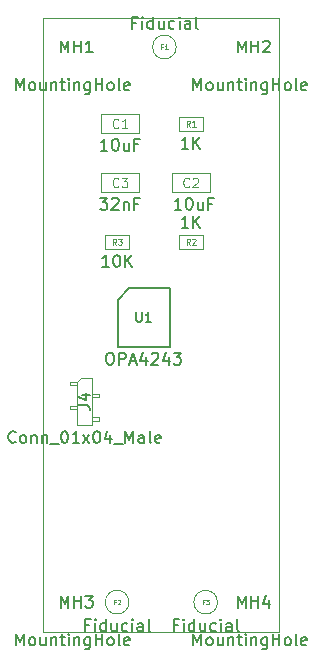
<source format=gbr>
G04 #@! TF.GenerationSoftware,KiCad,Pcbnew,(5.0.0)*
G04 #@! TF.CreationDate,2018-11-30T23:52:53-03:00*
G04 #@! TF.ProjectId,TP_Final,54505F46696E616C2E6B696361645F70,1*
G04 #@! TF.SameCoordinates,Original*
G04 #@! TF.FileFunction,Other,Fab,Top*
%FSLAX46Y46*%
G04 Gerber Fmt 4.6, Leading zero omitted, Abs format (unit mm)*
G04 Created by KiCad (PCBNEW (5.0.0)) date 11/30/18 23:52:53*
%MOMM*%
%LPD*%
G01*
G04 APERTURE LIST*
%ADD10C,0.100000*%
%ADD11C,0.150000*%
%ADD12C,0.120000*%
%ADD13C,0.060000*%
%ADD14C,0.080000*%
G04 APERTURE END LIST*
D10*
X167000000Y-44000000D02*
X147000000Y-44000000D01*
X167000000Y-96000000D02*
X167000000Y-44000000D01*
X147000000Y-96000000D02*
X167000000Y-96000000D01*
X147000000Y-44000000D02*
X147000000Y-96000000D01*
D11*
G04 #@! TO.C,U1*
X153287801Y-67882901D02*
X154287801Y-66882901D01*
X153287801Y-71882901D02*
X153287801Y-67882901D01*
X157687801Y-71882901D02*
X153287801Y-71882901D01*
X157687801Y-66882901D02*
X157687801Y-71882901D01*
X154287801Y-66882901D02*
X157687801Y-66882901D01*
D10*
G04 #@! TO.C,C1*
X155100000Y-53800000D02*
X151900000Y-53800000D01*
X155100000Y-52200000D02*
X155100000Y-53800000D01*
X151900000Y-52200000D02*
X155100000Y-52200000D01*
X151900000Y-53800000D02*
X151900000Y-52200000D01*
G04 #@! TO.C,C2*
X161100000Y-57200000D02*
X161100000Y-58800000D01*
X161100000Y-58800000D02*
X157900000Y-58800000D01*
X157900000Y-58800000D02*
X157900000Y-57200000D01*
X157900000Y-57200000D02*
X161100000Y-57200000D01*
G04 #@! TO.C,C3*
X151900000Y-58800000D02*
X151900000Y-57200000D01*
X151900000Y-57200000D02*
X155100000Y-57200000D01*
X155100000Y-57200000D02*
X155100000Y-58800000D01*
X155100000Y-58800000D02*
X151900000Y-58800000D01*
G04 #@! TO.C,J4*
X151135000Y-78500000D02*
X149865000Y-78500000D01*
X150215000Y-74500000D02*
X151135000Y-74500000D01*
X149865000Y-78500000D02*
X149865000Y-74850000D01*
X149865000Y-74850000D02*
X150215000Y-74500000D01*
X151135000Y-74500000D02*
X151135000Y-78500000D01*
X149865000Y-74850000D02*
X149250000Y-74850000D01*
X149250000Y-74850000D02*
X149250000Y-75150000D01*
X149250000Y-75150000D02*
X149865000Y-75150000D01*
X149865000Y-76850000D02*
X149250000Y-76850000D01*
X149250000Y-76850000D02*
X149250000Y-77150000D01*
X149250000Y-77150000D02*
X149865000Y-77150000D01*
X151135000Y-75850000D02*
X151750000Y-75850000D01*
X151750000Y-75850000D02*
X151750000Y-76150000D01*
X151750000Y-76150000D02*
X151135000Y-76150000D01*
X151135000Y-77850000D02*
X151750000Y-77850000D01*
X151750000Y-77850000D02*
X151750000Y-78150000D01*
X151750000Y-78150000D02*
X151135000Y-78150000D01*
G04 #@! TO.C,F1*
X158250000Y-46500000D02*
G75*
G03X158250000Y-46500000I-1000000J0D01*
G01*
G04 #@! TO.C,F2*
X154250000Y-93500000D02*
G75*
G03X154250000Y-93500000I-1000000J0D01*
G01*
G04 #@! TO.C,F3*
X161750000Y-93500000D02*
G75*
G03X161750000Y-93500000I-1000000J0D01*
G01*
G04 #@! TO.C,R1*
X160500000Y-53600000D02*
X158500000Y-53600000D01*
X160500000Y-52400000D02*
X160500000Y-53600000D01*
X158500000Y-52400000D02*
X160500000Y-52400000D01*
X158500000Y-53600000D02*
X158500000Y-52400000D01*
G04 #@! TO.C,R2*
X160500000Y-62400000D02*
X160500000Y-63600000D01*
X160500000Y-63600000D02*
X158500000Y-63600000D01*
X158500000Y-63600000D02*
X158500000Y-62400000D01*
X158500000Y-62400000D02*
X160500000Y-62400000D01*
G04 #@! TO.C,R3*
X152250000Y-63600000D02*
X152250000Y-62400000D01*
X152250000Y-62400000D02*
X154250000Y-62400000D01*
X154250000Y-62400000D02*
X154250000Y-63600000D01*
X154250000Y-63600000D02*
X152250000Y-63600000D01*
G04 #@! TD*
G04 #@! TO.C,U1*
D11*
X152559229Y-72385281D02*
X152749705Y-72385281D01*
X152844943Y-72432901D01*
X152940181Y-72528139D01*
X152987801Y-72718615D01*
X152987801Y-73051948D01*
X152940181Y-73242424D01*
X152844943Y-73337662D01*
X152749705Y-73385281D01*
X152559229Y-73385281D01*
X152463991Y-73337662D01*
X152368753Y-73242424D01*
X152321134Y-73051948D01*
X152321134Y-72718615D01*
X152368753Y-72528139D01*
X152463991Y-72432901D01*
X152559229Y-72385281D01*
X153416372Y-73385281D02*
X153416372Y-72385281D01*
X153797324Y-72385281D01*
X153892562Y-72432901D01*
X153940181Y-72480520D01*
X153987801Y-72575758D01*
X153987801Y-72718615D01*
X153940181Y-72813853D01*
X153892562Y-72861472D01*
X153797324Y-72909091D01*
X153416372Y-72909091D01*
X154368753Y-73099567D02*
X154844943Y-73099567D01*
X154273515Y-73385281D02*
X154606848Y-72385281D01*
X154940181Y-73385281D01*
X155702086Y-72718615D02*
X155702086Y-73385281D01*
X155463991Y-72337662D02*
X155225896Y-73051948D01*
X155844943Y-73051948D01*
X156178277Y-72480520D02*
X156225896Y-72432901D01*
X156321134Y-72385281D01*
X156559229Y-72385281D01*
X156654467Y-72432901D01*
X156702086Y-72480520D01*
X156749705Y-72575758D01*
X156749705Y-72670996D01*
X156702086Y-72813853D01*
X156130658Y-73385281D01*
X156749705Y-73385281D01*
X157606848Y-72718615D02*
X157606848Y-73385281D01*
X157368753Y-72337662D02*
X157130658Y-73051948D01*
X157749705Y-73051948D01*
X158035420Y-72385281D02*
X158654467Y-72385281D01*
X158321134Y-72766234D01*
X158463991Y-72766234D01*
X158559229Y-72813853D01*
X158606848Y-72861472D01*
X158654467Y-72956710D01*
X158654467Y-73194805D01*
X158606848Y-73290043D01*
X158559229Y-73337662D01*
X158463991Y-73385281D01*
X158178277Y-73385281D01*
X158083039Y-73337662D01*
X158035420Y-73290043D01*
X154878277Y-68944805D02*
X154878277Y-69592424D01*
X154916372Y-69668615D01*
X154954467Y-69706710D01*
X155030658Y-69744805D01*
X155183039Y-69744805D01*
X155259229Y-69706710D01*
X155297324Y-69668615D01*
X155335420Y-69592424D01*
X155335420Y-68944805D01*
X156135420Y-69744805D02*
X155678277Y-69744805D01*
X155906848Y-69744805D02*
X155906848Y-68944805D01*
X155830658Y-69059091D01*
X155754467Y-69135281D01*
X155678277Y-69173377D01*
G04 #@! TO.C,C1*
X152428571Y-55272380D02*
X151857142Y-55272380D01*
X152142857Y-55272380D02*
X152142857Y-54272380D01*
X152047619Y-54415238D01*
X151952380Y-54510476D01*
X151857142Y-54558095D01*
X153047619Y-54272380D02*
X153142857Y-54272380D01*
X153238095Y-54320000D01*
X153285714Y-54367619D01*
X153333333Y-54462857D01*
X153380952Y-54653333D01*
X153380952Y-54891428D01*
X153333333Y-55081904D01*
X153285714Y-55177142D01*
X153238095Y-55224761D01*
X153142857Y-55272380D01*
X153047619Y-55272380D01*
X152952380Y-55224761D01*
X152904761Y-55177142D01*
X152857142Y-55081904D01*
X152809523Y-54891428D01*
X152809523Y-54653333D01*
X152857142Y-54462857D01*
X152904761Y-54367619D01*
X152952380Y-54320000D01*
X153047619Y-54272380D01*
X154238095Y-54605714D02*
X154238095Y-55272380D01*
X153809523Y-54605714D02*
X153809523Y-55129523D01*
X153857142Y-55224761D01*
X153952380Y-55272380D01*
X154095238Y-55272380D01*
X154190476Y-55224761D01*
X154238095Y-55177142D01*
X155047619Y-54748571D02*
X154714285Y-54748571D01*
X154714285Y-55272380D02*
X154714285Y-54272380D01*
X155190476Y-54272380D01*
D12*
X153366666Y-53285714D02*
X153328571Y-53323809D01*
X153214285Y-53361904D01*
X153138095Y-53361904D01*
X153023809Y-53323809D01*
X152947619Y-53247619D01*
X152909523Y-53171428D01*
X152871428Y-53019047D01*
X152871428Y-52904761D01*
X152909523Y-52752380D01*
X152947619Y-52676190D01*
X153023809Y-52600000D01*
X153138095Y-52561904D01*
X153214285Y-52561904D01*
X153328571Y-52600000D01*
X153366666Y-52638095D01*
X154128571Y-53361904D02*
X153671428Y-53361904D01*
X153900000Y-53361904D02*
X153900000Y-52561904D01*
X153823809Y-52676190D01*
X153747619Y-52752380D01*
X153671428Y-52790476D01*
G04 #@! TO.C,C2*
D11*
X158682071Y-60269380D02*
X158110642Y-60269380D01*
X158396357Y-60269380D02*
X158396357Y-59269380D01*
X158301119Y-59412238D01*
X158205880Y-59507476D01*
X158110642Y-59555095D01*
X159301119Y-59269380D02*
X159396357Y-59269380D01*
X159491595Y-59317000D01*
X159539214Y-59364619D01*
X159586833Y-59459857D01*
X159634452Y-59650333D01*
X159634452Y-59888428D01*
X159586833Y-60078904D01*
X159539214Y-60174142D01*
X159491595Y-60221761D01*
X159396357Y-60269380D01*
X159301119Y-60269380D01*
X159205880Y-60221761D01*
X159158261Y-60174142D01*
X159110642Y-60078904D01*
X159063023Y-59888428D01*
X159063023Y-59650333D01*
X159110642Y-59459857D01*
X159158261Y-59364619D01*
X159205880Y-59317000D01*
X159301119Y-59269380D01*
X160491595Y-59602714D02*
X160491595Y-60269380D01*
X160063023Y-59602714D02*
X160063023Y-60126523D01*
X160110642Y-60221761D01*
X160205880Y-60269380D01*
X160348738Y-60269380D01*
X160443976Y-60221761D01*
X160491595Y-60174142D01*
X161301119Y-59745571D02*
X160967785Y-59745571D01*
X160967785Y-60269380D02*
X160967785Y-59269380D01*
X161443976Y-59269380D01*
D12*
X159366666Y-58285714D02*
X159328571Y-58323809D01*
X159214285Y-58361904D01*
X159138095Y-58361904D01*
X159023809Y-58323809D01*
X158947619Y-58247619D01*
X158909523Y-58171428D01*
X158871428Y-58019047D01*
X158871428Y-57904761D01*
X158909523Y-57752380D01*
X158947619Y-57676190D01*
X159023809Y-57600000D01*
X159138095Y-57561904D01*
X159214285Y-57561904D01*
X159328571Y-57600000D01*
X159366666Y-57638095D01*
X159671428Y-57638095D02*
X159709523Y-57600000D01*
X159785714Y-57561904D01*
X159976190Y-57561904D01*
X160052380Y-57600000D01*
X160090476Y-57638095D01*
X160128571Y-57714285D01*
X160128571Y-57790476D01*
X160090476Y-57904761D01*
X159633333Y-58361904D01*
X160128571Y-58361904D01*
G04 #@! TO.C,C3*
D11*
X151809523Y-59272380D02*
X152428571Y-59272380D01*
X152095238Y-59653333D01*
X152238095Y-59653333D01*
X152333333Y-59700952D01*
X152380952Y-59748571D01*
X152428571Y-59843809D01*
X152428571Y-60081904D01*
X152380952Y-60177142D01*
X152333333Y-60224761D01*
X152238095Y-60272380D01*
X151952380Y-60272380D01*
X151857142Y-60224761D01*
X151809523Y-60177142D01*
X152809523Y-59367619D02*
X152857142Y-59320000D01*
X152952380Y-59272380D01*
X153190476Y-59272380D01*
X153285714Y-59320000D01*
X153333333Y-59367619D01*
X153380952Y-59462857D01*
X153380952Y-59558095D01*
X153333333Y-59700952D01*
X152761904Y-60272380D01*
X153380952Y-60272380D01*
X153809523Y-59605714D02*
X153809523Y-60272380D01*
X153809523Y-59700952D02*
X153857142Y-59653333D01*
X153952380Y-59605714D01*
X154095238Y-59605714D01*
X154190476Y-59653333D01*
X154238095Y-59748571D01*
X154238095Y-60272380D01*
X155047619Y-59748571D02*
X154714285Y-59748571D01*
X154714285Y-60272380D02*
X154714285Y-59272380D01*
X155190476Y-59272380D01*
D12*
X153366666Y-58285714D02*
X153328571Y-58323809D01*
X153214285Y-58361904D01*
X153138095Y-58361904D01*
X153023809Y-58323809D01*
X152947619Y-58247619D01*
X152909523Y-58171428D01*
X152871428Y-58019047D01*
X152871428Y-57904761D01*
X152909523Y-57752380D01*
X152947619Y-57676190D01*
X153023809Y-57600000D01*
X153138095Y-57561904D01*
X153214285Y-57561904D01*
X153328571Y-57600000D01*
X153366666Y-57638095D01*
X153633333Y-57561904D02*
X154128571Y-57561904D01*
X153861904Y-57866666D01*
X153976190Y-57866666D01*
X154052380Y-57904761D01*
X154090476Y-57942857D01*
X154128571Y-58019047D01*
X154128571Y-58209523D01*
X154090476Y-58285714D01*
X154052380Y-58323809D01*
X153976190Y-58361904D01*
X153747619Y-58361904D01*
X153671428Y-58323809D01*
X153633333Y-58285714D01*
G04 #@! TO.C,J4*
D11*
X144666666Y-79917142D02*
X144619047Y-79964761D01*
X144476190Y-80012380D01*
X144380952Y-80012380D01*
X144238095Y-79964761D01*
X144142857Y-79869523D01*
X144095238Y-79774285D01*
X144047619Y-79583809D01*
X144047619Y-79440952D01*
X144095238Y-79250476D01*
X144142857Y-79155238D01*
X144238095Y-79060000D01*
X144380952Y-79012380D01*
X144476190Y-79012380D01*
X144619047Y-79060000D01*
X144666666Y-79107619D01*
X145238095Y-80012380D02*
X145142857Y-79964761D01*
X145095238Y-79917142D01*
X145047619Y-79821904D01*
X145047619Y-79536190D01*
X145095238Y-79440952D01*
X145142857Y-79393333D01*
X145238095Y-79345714D01*
X145380952Y-79345714D01*
X145476190Y-79393333D01*
X145523809Y-79440952D01*
X145571428Y-79536190D01*
X145571428Y-79821904D01*
X145523809Y-79917142D01*
X145476190Y-79964761D01*
X145380952Y-80012380D01*
X145238095Y-80012380D01*
X146000000Y-79345714D02*
X146000000Y-80012380D01*
X146000000Y-79440952D02*
X146047619Y-79393333D01*
X146142857Y-79345714D01*
X146285714Y-79345714D01*
X146380952Y-79393333D01*
X146428571Y-79488571D01*
X146428571Y-80012380D01*
X146904761Y-79345714D02*
X146904761Y-80012380D01*
X146904761Y-79440952D02*
X146952380Y-79393333D01*
X147047619Y-79345714D01*
X147190476Y-79345714D01*
X147285714Y-79393333D01*
X147333333Y-79488571D01*
X147333333Y-80012380D01*
X147571428Y-80107619D02*
X148333333Y-80107619D01*
X148761904Y-79012380D02*
X148857142Y-79012380D01*
X148952380Y-79060000D01*
X149000000Y-79107619D01*
X149047619Y-79202857D01*
X149095238Y-79393333D01*
X149095238Y-79631428D01*
X149047619Y-79821904D01*
X149000000Y-79917142D01*
X148952380Y-79964761D01*
X148857142Y-80012380D01*
X148761904Y-80012380D01*
X148666666Y-79964761D01*
X148619047Y-79917142D01*
X148571428Y-79821904D01*
X148523809Y-79631428D01*
X148523809Y-79393333D01*
X148571428Y-79202857D01*
X148619047Y-79107619D01*
X148666666Y-79060000D01*
X148761904Y-79012380D01*
X150047619Y-80012380D02*
X149476190Y-80012380D01*
X149761904Y-80012380D02*
X149761904Y-79012380D01*
X149666666Y-79155238D01*
X149571428Y-79250476D01*
X149476190Y-79298095D01*
X150380952Y-80012380D02*
X150904761Y-79345714D01*
X150380952Y-79345714D02*
X150904761Y-80012380D01*
X151476190Y-79012380D02*
X151571428Y-79012380D01*
X151666666Y-79060000D01*
X151714285Y-79107619D01*
X151761904Y-79202857D01*
X151809523Y-79393333D01*
X151809523Y-79631428D01*
X151761904Y-79821904D01*
X151714285Y-79917142D01*
X151666666Y-79964761D01*
X151571428Y-80012380D01*
X151476190Y-80012380D01*
X151380952Y-79964761D01*
X151333333Y-79917142D01*
X151285714Y-79821904D01*
X151238095Y-79631428D01*
X151238095Y-79393333D01*
X151285714Y-79202857D01*
X151333333Y-79107619D01*
X151380952Y-79060000D01*
X151476190Y-79012380D01*
X152666666Y-79345714D02*
X152666666Y-80012380D01*
X152428571Y-78964761D02*
X152190476Y-79679047D01*
X152809523Y-79679047D01*
X152952380Y-80107619D02*
X153714285Y-80107619D01*
X153952380Y-80012380D02*
X153952380Y-79012380D01*
X154285714Y-79726666D01*
X154619047Y-79012380D01*
X154619047Y-80012380D01*
X155523809Y-80012380D02*
X155523809Y-79488571D01*
X155476190Y-79393333D01*
X155380952Y-79345714D01*
X155190476Y-79345714D01*
X155095238Y-79393333D01*
X155523809Y-79964761D02*
X155428571Y-80012380D01*
X155190476Y-80012380D01*
X155095238Y-79964761D01*
X155047619Y-79869523D01*
X155047619Y-79774285D01*
X155095238Y-79679047D01*
X155190476Y-79631428D01*
X155428571Y-79631428D01*
X155523809Y-79583809D01*
X156142857Y-80012380D02*
X156047619Y-79964761D01*
X156000000Y-79869523D01*
X156000000Y-79012380D01*
X156904761Y-79964761D02*
X156809523Y-80012380D01*
X156619047Y-80012380D01*
X156523809Y-79964761D01*
X156476190Y-79869523D01*
X156476190Y-79488571D01*
X156523809Y-79393333D01*
X156619047Y-79345714D01*
X156809523Y-79345714D01*
X156904761Y-79393333D01*
X156952380Y-79488571D01*
X156952380Y-79583809D01*
X156476190Y-79679047D01*
X149952380Y-76833333D02*
X150666666Y-76833333D01*
X150809523Y-76880952D01*
X150904761Y-76976190D01*
X150952380Y-77119047D01*
X150952380Y-77214285D01*
X150285714Y-75928571D02*
X150952380Y-75928571D01*
X149904761Y-76166666D02*
X150619047Y-76404761D01*
X150619047Y-75785714D01*
G04 #@! TO.C,MH1*
X144714285Y-50152380D02*
X144714285Y-49152380D01*
X145047619Y-49866666D01*
X145380952Y-49152380D01*
X145380952Y-50152380D01*
X146000000Y-50152380D02*
X145904761Y-50104761D01*
X145857142Y-50057142D01*
X145809523Y-49961904D01*
X145809523Y-49676190D01*
X145857142Y-49580952D01*
X145904761Y-49533333D01*
X146000000Y-49485714D01*
X146142857Y-49485714D01*
X146238095Y-49533333D01*
X146285714Y-49580952D01*
X146333333Y-49676190D01*
X146333333Y-49961904D01*
X146285714Y-50057142D01*
X146238095Y-50104761D01*
X146142857Y-50152380D01*
X146000000Y-50152380D01*
X147190476Y-49485714D02*
X147190476Y-50152380D01*
X146761904Y-49485714D02*
X146761904Y-50009523D01*
X146809523Y-50104761D01*
X146904761Y-50152380D01*
X147047619Y-50152380D01*
X147142857Y-50104761D01*
X147190476Y-50057142D01*
X147666666Y-49485714D02*
X147666666Y-50152380D01*
X147666666Y-49580952D02*
X147714285Y-49533333D01*
X147809523Y-49485714D01*
X147952380Y-49485714D01*
X148047619Y-49533333D01*
X148095238Y-49628571D01*
X148095238Y-50152380D01*
X148428571Y-49485714D02*
X148809523Y-49485714D01*
X148571428Y-49152380D02*
X148571428Y-50009523D01*
X148619047Y-50104761D01*
X148714285Y-50152380D01*
X148809523Y-50152380D01*
X149142857Y-50152380D02*
X149142857Y-49485714D01*
X149142857Y-49152380D02*
X149095238Y-49200000D01*
X149142857Y-49247619D01*
X149190476Y-49200000D01*
X149142857Y-49152380D01*
X149142857Y-49247619D01*
X149619047Y-49485714D02*
X149619047Y-50152380D01*
X149619047Y-49580952D02*
X149666666Y-49533333D01*
X149761904Y-49485714D01*
X149904761Y-49485714D01*
X150000000Y-49533333D01*
X150047619Y-49628571D01*
X150047619Y-50152380D01*
X150952380Y-49485714D02*
X150952380Y-50295238D01*
X150904761Y-50390476D01*
X150857142Y-50438095D01*
X150761904Y-50485714D01*
X150619047Y-50485714D01*
X150523809Y-50438095D01*
X150952380Y-50104761D02*
X150857142Y-50152380D01*
X150666666Y-50152380D01*
X150571428Y-50104761D01*
X150523809Y-50057142D01*
X150476190Y-49961904D01*
X150476190Y-49676190D01*
X150523809Y-49580952D01*
X150571428Y-49533333D01*
X150666666Y-49485714D01*
X150857142Y-49485714D01*
X150952380Y-49533333D01*
X151428571Y-50152380D02*
X151428571Y-49152380D01*
X151428571Y-49628571D02*
X152000000Y-49628571D01*
X152000000Y-50152380D02*
X152000000Y-49152380D01*
X152619047Y-50152380D02*
X152523809Y-50104761D01*
X152476190Y-50057142D01*
X152428571Y-49961904D01*
X152428571Y-49676190D01*
X152476190Y-49580952D01*
X152523809Y-49533333D01*
X152619047Y-49485714D01*
X152761904Y-49485714D01*
X152857142Y-49533333D01*
X152904761Y-49580952D01*
X152952380Y-49676190D01*
X152952380Y-49961904D01*
X152904761Y-50057142D01*
X152857142Y-50104761D01*
X152761904Y-50152380D01*
X152619047Y-50152380D01*
X153523809Y-50152380D02*
X153428571Y-50104761D01*
X153380952Y-50009523D01*
X153380952Y-49152380D01*
X154285714Y-50104761D02*
X154190476Y-50152380D01*
X154000000Y-50152380D01*
X153904761Y-50104761D01*
X153857142Y-50009523D01*
X153857142Y-49628571D01*
X153904761Y-49533333D01*
X154000000Y-49485714D01*
X154190476Y-49485714D01*
X154285714Y-49533333D01*
X154333333Y-49628571D01*
X154333333Y-49723809D01*
X153857142Y-49819047D01*
X148466666Y-46952380D02*
X148466666Y-45952380D01*
X148800000Y-46666666D01*
X149133333Y-45952380D01*
X149133333Y-46952380D01*
X149609523Y-46952380D02*
X149609523Y-45952380D01*
X149609523Y-46428571D02*
X150180952Y-46428571D01*
X150180952Y-46952380D02*
X150180952Y-45952380D01*
X151180952Y-46952380D02*
X150609523Y-46952380D01*
X150895238Y-46952380D02*
X150895238Y-45952380D01*
X150800000Y-46095238D01*
X150704761Y-46190476D01*
X150609523Y-46238095D01*
G04 #@! TO.C,MH2*
X159714285Y-50152380D02*
X159714285Y-49152380D01*
X160047619Y-49866666D01*
X160380952Y-49152380D01*
X160380952Y-50152380D01*
X161000000Y-50152380D02*
X160904761Y-50104761D01*
X160857142Y-50057142D01*
X160809523Y-49961904D01*
X160809523Y-49676190D01*
X160857142Y-49580952D01*
X160904761Y-49533333D01*
X161000000Y-49485714D01*
X161142857Y-49485714D01*
X161238095Y-49533333D01*
X161285714Y-49580952D01*
X161333333Y-49676190D01*
X161333333Y-49961904D01*
X161285714Y-50057142D01*
X161238095Y-50104761D01*
X161142857Y-50152380D01*
X161000000Y-50152380D01*
X162190476Y-49485714D02*
X162190476Y-50152380D01*
X161761904Y-49485714D02*
X161761904Y-50009523D01*
X161809523Y-50104761D01*
X161904761Y-50152380D01*
X162047619Y-50152380D01*
X162142857Y-50104761D01*
X162190476Y-50057142D01*
X162666666Y-49485714D02*
X162666666Y-50152380D01*
X162666666Y-49580952D02*
X162714285Y-49533333D01*
X162809523Y-49485714D01*
X162952380Y-49485714D01*
X163047619Y-49533333D01*
X163095238Y-49628571D01*
X163095238Y-50152380D01*
X163428571Y-49485714D02*
X163809523Y-49485714D01*
X163571428Y-49152380D02*
X163571428Y-50009523D01*
X163619047Y-50104761D01*
X163714285Y-50152380D01*
X163809523Y-50152380D01*
X164142857Y-50152380D02*
X164142857Y-49485714D01*
X164142857Y-49152380D02*
X164095238Y-49200000D01*
X164142857Y-49247619D01*
X164190476Y-49200000D01*
X164142857Y-49152380D01*
X164142857Y-49247619D01*
X164619047Y-49485714D02*
X164619047Y-50152380D01*
X164619047Y-49580952D02*
X164666666Y-49533333D01*
X164761904Y-49485714D01*
X164904761Y-49485714D01*
X165000000Y-49533333D01*
X165047619Y-49628571D01*
X165047619Y-50152380D01*
X165952380Y-49485714D02*
X165952380Y-50295238D01*
X165904761Y-50390476D01*
X165857142Y-50438095D01*
X165761904Y-50485714D01*
X165619047Y-50485714D01*
X165523809Y-50438095D01*
X165952380Y-50104761D02*
X165857142Y-50152380D01*
X165666666Y-50152380D01*
X165571428Y-50104761D01*
X165523809Y-50057142D01*
X165476190Y-49961904D01*
X165476190Y-49676190D01*
X165523809Y-49580952D01*
X165571428Y-49533333D01*
X165666666Y-49485714D01*
X165857142Y-49485714D01*
X165952380Y-49533333D01*
X166428571Y-50152380D02*
X166428571Y-49152380D01*
X166428571Y-49628571D02*
X167000000Y-49628571D01*
X167000000Y-50152380D02*
X167000000Y-49152380D01*
X167619047Y-50152380D02*
X167523809Y-50104761D01*
X167476190Y-50057142D01*
X167428571Y-49961904D01*
X167428571Y-49676190D01*
X167476190Y-49580952D01*
X167523809Y-49533333D01*
X167619047Y-49485714D01*
X167761904Y-49485714D01*
X167857142Y-49533333D01*
X167904761Y-49580952D01*
X167952380Y-49676190D01*
X167952380Y-49961904D01*
X167904761Y-50057142D01*
X167857142Y-50104761D01*
X167761904Y-50152380D01*
X167619047Y-50152380D01*
X168523809Y-50152380D02*
X168428571Y-50104761D01*
X168380952Y-50009523D01*
X168380952Y-49152380D01*
X169285714Y-50104761D02*
X169190476Y-50152380D01*
X169000000Y-50152380D01*
X168904761Y-50104761D01*
X168857142Y-50009523D01*
X168857142Y-49628571D01*
X168904761Y-49533333D01*
X169000000Y-49485714D01*
X169190476Y-49485714D01*
X169285714Y-49533333D01*
X169333333Y-49628571D01*
X169333333Y-49723809D01*
X168857142Y-49819047D01*
X163466666Y-46952380D02*
X163466666Y-45952380D01*
X163800000Y-46666666D01*
X164133333Y-45952380D01*
X164133333Y-46952380D01*
X164609523Y-46952380D02*
X164609523Y-45952380D01*
X164609523Y-46428571D02*
X165180952Y-46428571D01*
X165180952Y-46952380D02*
X165180952Y-45952380D01*
X165609523Y-46047619D02*
X165657142Y-46000000D01*
X165752380Y-45952380D01*
X165990476Y-45952380D01*
X166085714Y-46000000D01*
X166133333Y-46047619D01*
X166180952Y-46142857D01*
X166180952Y-46238095D01*
X166133333Y-46380952D01*
X165561904Y-46952380D01*
X166180952Y-46952380D01*
G04 #@! TO.C,MH3*
X144714285Y-97152380D02*
X144714285Y-96152380D01*
X145047619Y-96866666D01*
X145380952Y-96152380D01*
X145380952Y-97152380D01*
X146000000Y-97152380D02*
X145904761Y-97104761D01*
X145857142Y-97057142D01*
X145809523Y-96961904D01*
X145809523Y-96676190D01*
X145857142Y-96580952D01*
X145904761Y-96533333D01*
X146000000Y-96485714D01*
X146142857Y-96485714D01*
X146238095Y-96533333D01*
X146285714Y-96580952D01*
X146333333Y-96676190D01*
X146333333Y-96961904D01*
X146285714Y-97057142D01*
X146238095Y-97104761D01*
X146142857Y-97152380D01*
X146000000Y-97152380D01*
X147190476Y-96485714D02*
X147190476Y-97152380D01*
X146761904Y-96485714D02*
X146761904Y-97009523D01*
X146809523Y-97104761D01*
X146904761Y-97152380D01*
X147047619Y-97152380D01*
X147142857Y-97104761D01*
X147190476Y-97057142D01*
X147666666Y-96485714D02*
X147666666Y-97152380D01*
X147666666Y-96580952D02*
X147714285Y-96533333D01*
X147809523Y-96485714D01*
X147952380Y-96485714D01*
X148047619Y-96533333D01*
X148095238Y-96628571D01*
X148095238Y-97152380D01*
X148428571Y-96485714D02*
X148809523Y-96485714D01*
X148571428Y-96152380D02*
X148571428Y-97009523D01*
X148619047Y-97104761D01*
X148714285Y-97152380D01*
X148809523Y-97152380D01*
X149142857Y-97152380D02*
X149142857Y-96485714D01*
X149142857Y-96152380D02*
X149095238Y-96200000D01*
X149142857Y-96247619D01*
X149190476Y-96200000D01*
X149142857Y-96152380D01*
X149142857Y-96247619D01*
X149619047Y-96485714D02*
X149619047Y-97152380D01*
X149619047Y-96580952D02*
X149666666Y-96533333D01*
X149761904Y-96485714D01*
X149904761Y-96485714D01*
X150000000Y-96533333D01*
X150047619Y-96628571D01*
X150047619Y-97152380D01*
X150952380Y-96485714D02*
X150952380Y-97295238D01*
X150904761Y-97390476D01*
X150857142Y-97438095D01*
X150761904Y-97485714D01*
X150619047Y-97485714D01*
X150523809Y-97438095D01*
X150952380Y-97104761D02*
X150857142Y-97152380D01*
X150666666Y-97152380D01*
X150571428Y-97104761D01*
X150523809Y-97057142D01*
X150476190Y-96961904D01*
X150476190Y-96676190D01*
X150523809Y-96580952D01*
X150571428Y-96533333D01*
X150666666Y-96485714D01*
X150857142Y-96485714D01*
X150952380Y-96533333D01*
X151428571Y-97152380D02*
X151428571Y-96152380D01*
X151428571Y-96628571D02*
X152000000Y-96628571D01*
X152000000Y-97152380D02*
X152000000Y-96152380D01*
X152619047Y-97152380D02*
X152523809Y-97104761D01*
X152476190Y-97057142D01*
X152428571Y-96961904D01*
X152428571Y-96676190D01*
X152476190Y-96580952D01*
X152523809Y-96533333D01*
X152619047Y-96485714D01*
X152761904Y-96485714D01*
X152857142Y-96533333D01*
X152904761Y-96580952D01*
X152952380Y-96676190D01*
X152952380Y-96961904D01*
X152904761Y-97057142D01*
X152857142Y-97104761D01*
X152761904Y-97152380D01*
X152619047Y-97152380D01*
X153523809Y-97152380D02*
X153428571Y-97104761D01*
X153380952Y-97009523D01*
X153380952Y-96152380D01*
X154285714Y-97104761D02*
X154190476Y-97152380D01*
X154000000Y-97152380D01*
X153904761Y-97104761D01*
X153857142Y-97009523D01*
X153857142Y-96628571D01*
X153904761Y-96533333D01*
X154000000Y-96485714D01*
X154190476Y-96485714D01*
X154285714Y-96533333D01*
X154333333Y-96628571D01*
X154333333Y-96723809D01*
X153857142Y-96819047D01*
X148466666Y-93952380D02*
X148466666Y-92952380D01*
X148800000Y-93666666D01*
X149133333Y-92952380D01*
X149133333Y-93952380D01*
X149609523Y-93952380D02*
X149609523Y-92952380D01*
X149609523Y-93428571D02*
X150180952Y-93428571D01*
X150180952Y-93952380D02*
X150180952Y-92952380D01*
X150561904Y-92952380D02*
X151180952Y-92952380D01*
X150847619Y-93333333D01*
X150990476Y-93333333D01*
X151085714Y-93380952D01*
X151133333Y-93428571D01*
X151180952Y-93523809D01*
X151180952Y-93761904D01*
X151133333Y-93857142D01*
X151085714Y-93904761D01*
X150990476Y-93952380D01*
X150704761Y-93952380D01*
X150609523Y-93904761D01*
X150561904Y-93857142D01*
G04 #@! TO.C,MH4*
X159714285Y-97152380D02*
X159714285Y-96152380D01*
X160047619Y-96866666D01*
X160380952Y-96152380D01*
X160380952Y-97152380D01*
X161000000Y-97152380D02*
X160904761Y-97104761D01*
X160857142Y-97057142D01*
X160809523Y-96961904D01*
X160809523Y-96676190D01*
X160857142Y-96580952D01*
X160904761Y-96533333D01*
X161000000Y-96485714D01*
X161142857Y-96485714D01*
X161238095Y-96533333D01*
X161285714Y-96580952D01*
X161333333Y-96676190D01*
X161333333Y-96961904D01*
X161285714Y-97057142D01*
X161238095Y-97104761D01*
X161142857Y-97152380D01*
X161000000Y-97152380D01*
X162190476Y-96485714D02*
X162190476Y-97152380D01*
X161761904Y-96485714D02*
X161761904Y-97009523D01*
X161809523Y-97104761D01*
X161904761Y-97152380D01*
X162047619Y-97152380D01*
X162142857Y-97104761D01*
X162190476Y-97057142D01*
X162666666Y-96485714D02*
X162666666Y-97152380D01*
X162666666Y-96580952D02*
X162714285Y-96533333D01*
X162809523Y-96485714D01*
X162952380Y-96485714D01*
X163047619Y-96533333D01*
X163095238Y-96628571D01*
X163095238Y-97152380D01*
X163428571Y-96485714D02*
X163809523Y-96485714D01*
X163571428Y-96152380D02*
X163571428Y-97009523D01*
X163619047Y-97104761D01*
X163714285Y-97152380D01*
X163809523Y-97152380D01*
X164142857Y-97152380D02*
X164142857Y-96485714D01*
X164142857Y-96152380D02*
X164095238Y-96200000D01*
X164142857Y-96247619D01*
X164190476Y-96200000D01*
X164142857Y-96152380D01*
X164142857Y-96247619D01*
X164619047Y-96485714D02*
X164619047Y-97152380D01*
X164619047Y-96580952D02*
X164666666Y-96533333D01*
X164761904Y-96485714D01*
X164904761Y-96485714D01*
X165000000Y-96533333D01*
X165047619Y-96628571D01*
X165047619Y-97152380D01*
X165952380Y-96485714D02*
X165952380Y-97295238D01*
X165904761Y-97390476D01*
X165857142Y-97438095D01*
X165761904Y-97485714D01*
X165619047Y-97485714D01*
X165523809Y-97438095D01*
X165952380Y-97104761D02*
X165857142Y-97152380D01*
X165666666Y-97152380D01*
X165571428Y-97104761D01*
X165523809Y-97057142D01*
X165476190Y-96961904D01*
X165476190Y-96676190D01*
X165523809Y-96580952D01*
X165571428Y-96533333D01*
X165666666Y-96485714D01*
X165857142Y-96485714D01*
X165952380Y-96533333D01*
X166428571Y-97152380D02*
X166428571Y-96152380D01*
X166428571Y-96628571D02*
X167000000Y-96628571D01*
X167000000Y-97152380D02*
X167000000Y-96152380D01*
X167619047Y-97152380D02*
X167523809Y-97104761D01*
X167476190Y-97057142D01*
X167428571Y-96961904D01*
X167428571Y-96676190D01*
X167476190Y-96580952D01*
X167523809Y-96533333D01*
X167619047Y-96485714D01*
X167761904Y-96485714D01*
X167857142Y-96533333D01*
X167904761Y-96580952D01*
X167952380Y-96676190D01*
X167952380Y-96961904D01*
X167904761Y-97057142D01*
X167857142Y-97104761D01*
X167761904Y-97152380D01*
X167619047Y-97152380D01*
X168523809Y-97152380D02*
X168428571Y-97104761D01*
X168380952Y-97009523D01*
X168380952Y-96152380D01*
X169285714Y-97104761D02*
X169190476Y-97152380D01*
X169000000Y-97152380D01*
X168904761Y-97104761D01*
X168857142Y-97009523D01*
X168857142Y-96628571D01*
X168904761Y-96533333D01*
X169000000Y-96485714D01*
X169190476Y-96485714D01*
X169285714Y-96533333D01*
X169333333Y-96628571D01*
X169333333Y-96723809D01*
X168857142Y-96819047D01*
X163466666Y-93952380D02*
X163466666Y-92952380D01*
X163800000Y-93666666D01*
X164133333Y-92952380D01*
X164133333Y-93952380D01*
X164609523Y-93952380D02*
X164609523Y-92952380D01*
X164609523Y-93428571D02*
X165180952Y-93428571D01*
X165180952Y-93952380D02*
X165180952Y-92952380D01*
X166085714Y-93285714D02*
X166085714Y-93952380D01*
X165847619Y-92904761D02*
X165609523Y-93619047D01*
X166228571Y-93619047D01*
G04 #@! TO.C,F1*
X154869047Y-44428571D02*
X154535714Y-44428571D01*
X154535714Y-44952380D02*
X154535714Y-43952380D01*
X155011904Y-43952380D01*
X155392857Y-44952380D02*
X155392857Y-44285714D01*
X155392857Y-43952380D02*
X155345238Y-44000000D01*
X155392857Y-44047619D01*
X155440476Y-44000000D01*
X155392857Y-43952380D01*
X155392857Y-44047619D01*
X156297619Y-44952380D02*
X156297619Y-43952380D01*
X156297619Y-44904761D02*
X156202380Y-44952380D01*
X156011904Y-44952380D01*
X155916666Y-44904761D01*
X155869047Y-44857142D01*
X155821428Y-44761904D01*
X155821428Y-44476190D01*
X155869047Y-44380952D01*
X155916666Y-44333333D01*
X156011904Y-44285714D01*
X156202380Y-44285714D01*
X156297619Y-44333333D01*
X157202380Y-44285714D02*
X157202380Y-44952380D01*
X156773809Y-44285714D02*
X156773809Y-44809523D01*
X156821428Y-44904761D01*
X156916666Y-44952380D01*
X157059523Y-44952380D01*
X157154761Y-44904761D01*
X157202380Y-44857142D01*
X158107142Y-44904761D02*
X158011904Y-44952380D01*
X157821428Y-44952380D01*
X157726190Y-44904761D01*
X157678571Y-44857142D01*
X157630952Y-44761904D01*
X157630952Y-44476190D01*
X157678571Y-44380952D01*
X157726190Y-44333333D01*
X157821428Y-44285714D01*
X158011904Y-44285714D01*
X158107142Y-44333333D01*
X158535714Y-44952380D02*
X158535714Y-44285714D01*
X158535714Y-43952380D02*
X158488095Y-44000000D01*
X158535714Y-44047619D01*
X158583333Y-44000000D01*
X158535714Y-43952380D01*
X158535714Y-44047619D01*
X159440476Y-44952380D02*
X159440476Y-44428571D01*
X159392857Y-44333333D01*
X159297619Y-44285714D01*
X159107142Y-44285714D01*
X159011904Y-44333333D01*
X159440476Y-44904761D02*
X159345238Y-44952380D01*
X159107142Y-44952380D01*
X159011904Y-44904761D01*
X158964285Y-44809523D01*
X158964285Y-44714285D01*
X159011904Y-44619047D01*
X159107142Y-44571428D01*
X159345238Y-44571428D01*
X159440476Y-44523809D01*
X160059523Y-44952380D02*
X159964285Y-44904761D01*
X159916666Y-44809523D01*
X159916666Y-43952380D01*
D13*
X157116666Y-46471428D02*
X156983333Y-46471428D01*
X156983333Y-46680952D02*
X156983333Y-46280952D01*
X157173809Y-46280952D01*
X157535714Y-46680952D02*
X157307142Y-46680952D01*
X157421428Y-46680952D02*
X157421428Y-46280952D01*
X157383333Y-46338095D01*
X157345238Y-46376190D01*
X157307142Y-46395238D01*
G04 #@! TO.C,F2*
D11*
X150869047Y-95428571D02*
X150535714Y-95428571D01*
X150535714Y-95952380D02*
X150535714Y-94952380D01*
X151011904Y-94952380D01*
X151392857Y-95952380D02*
X151392857Y-95285714D01*
X151392857Y-94952380D02*
X151345238Y-95000000D01*
X151392857Y-95047619D01*
X151440476Y-95000000D01*
X151392857Y-94952380D01*
X151392857Y-95047619D01*
X152297619Y-95952380D02*
X152297619Y-94952380D01*
X152297619Y-95904761D02*
X152202380Y-95952380D01*
X152011904Y-95952380D01*
X151916666Y-95904761D01*
X151869047Y-95857142D01*
X151821428Y-95761904D01*
X151821428Y-95476190D01*
X151869047Y-95380952D01*
X151916666Y-95333333D01*
X152011904Y-95285714D01*
X152202380Y-95285714D01*
X152297619Y-95333333D01*
X153202380Y-95285714D02*
X153202380Y-95952380D01*
X152773809Y-95285714D02*
X152773809Y-95809523D01*
X152821428Y-95904761D01*
X152916666Y-95952380D01*
X153059523Y-95952380D01*
X153154761Y-95904761D01*
X153202380Y-95857142D01*
X154107142Y-95904761D02*
X154011904Y-95952380D01*
X153821428Y-95952380D01*
X153726190Y-95904761D01*
X153678571Y-95857142D01*
X153630952Y-95761904D01*
X153630952Y-95476190D01*
X153678571Y-95380952D01*
X153726190Y-95333333D01*
X153821428Y-95285714D01*
X154011904Y-95285714D01*
X154107142Y-95333333D01*
X154535714Y-95952380D02*
X154535714Y-95285714D01*
X154535714Y-94952380D02*
X154488095Y-95000000D01*
X154535714Y-95047619D01*
X154583333Y-95000000D01*
X154535714Y-94952380D01*
X154535714Y-95047619D01*
X155440476Y-95952380D02*
X155440476Y-95428571D01*
X155392857Y-95333333D01*
X155297619Y-95285714D01*
X155107142Y-95285714D01*
X155011904Y-95333333D01*
X155440476Y-95904761D02*
X155345238Y-95952380D01*
X155107142Y-95952380D01*
X155011904Y-95904761D01*
X154964285Y-95809523D01*
X154964285Y-95714285D01*
X155011904Y-95619047D01*
X155107142Y-95571428D01*
X155345238Y-95571428D01*
X155440476Y-95523809D01*
X156059523Y-95952380D02*
X155964285Y-95904761D01*
X155916666Y-95809523D01*
X155916666Y-94952380D01*
D13*
X153116666Y-93471428D02*
X152983333Y-93471428D01*
X152983333Y-93680952D02*
X152983333Y-93280952D01*
X153173809Y-93280952D01*
X153307142Y-93319047D02*
X153326190Y-93300000D01*
X153364285Y-93280952D01*
X153459523Y-93280952D01*
X153497619Y-93300000D01*
X153516666Y-93319047D01*
X153535714Y-93357142D01*
X153535714Y-93395238D01*
X153516666Y-93452380D01*
X153288095Y-93680952D01*
X153535714Y-93680952D01*
G04 #@! TO.C,F3*
D11*
X158369047Y-95428571D02*
X158035714Y-95428571D01*
X158035714Y-95952380D02*
X158035714Y-94952380D01*
X158511904Y-94952380D01*
X158892857Y-95952380D02*
X158892857Y-95285714D01*
X158892857Y-94952380D02*
X158845238Y-95000000D01*
X158892857Y-95047619D01*
X158940476Y-95000000D01*
X158892857Y-94952380D01*
X158892857Y-95047619D01*
X159797619Y-95952380D02*
X159797619Y-94952380D01*
X159797619Y-95904761D02*
X159702380Y-95952380D01*
X159511904Y-95952380D01*
X159416666Y-95904761D01*
X159369047Y-95857142D01*
X159321428Y-95761904D01*
X159321428Y-95476190D01*
X159369047Y-95380952D01*
X159416666Y-95333333D01*
X159511904Y-95285714D01*
X159702380Y-95285714D01*
X159797619Y-95333333D01*
X160702380Y-95285714D02*
X160702380Y-95952380D01*
X160273809Y-95285714D02*
X160273809Y-95809523D01*
X160321428Y-95904761D01*
X160416666Y-95952380D01*
X160559523Y-95952380D01*
X160654761Y-95904761D01*
X160702380Y-95857142D01*
X161607142Y-95904761D02*
X161511904Y-95952380D01*
X161321428Y-95952380D01*
X161226190Y-95904761D01*
X161178571Y-95857142D01*
X161130952Y-95761904D01*
X161130952Y-95476190D01*
X161178571Y-95380952D01*
X161226190Y-95333333D01*
X161321428Y-95285714D01*
X161511904Y-95285714D01*
X161607142Y-95333333D01*
X162035714Y-95952380D02*
X162035714Y-95285714D01*
X162035714Y-94952380D02*
X161988095Y-95000000D01*
X162035714Y-95047619D01*
X162083333Y-95000000D01*
X162035714Y-94952380D01*
X162035714Y-95047619D01*
X162940476Y-95952380D02*
X162940476Y-95428571D01*
X162892857Y-95333333D01*
X162797619Y-95285714D01*
X162607142Y-95285714D01*
X162511904Y-95333333D01*
X162940476Y-95904761D02*
X162845238Y-95952380D01*
X162607142Y-95952380D01*
X162511904Y-95904761D01*
X162464285Y-95809523D01*
X162464285Y-95714285D01*
X162511904Y-95619047D01*
X162607142Y-95571428D01*
X162845238Y-95571428D01*
X162940476Y-95523809D01*
X163559523Y-95952380D02*
X163464285Y-95904761D01*
X163416666Y-95809523D01*
X163416666Y-94952380D01*
D13*
X160616666Y-93471428D02*
X160483333Y-93471428D01*
X160483333Y-93680952D02*
X160483333Y-93280952D01*
X160673809Y-93280952D01*
X160788095Y-93280952D02*
X161035714Y-93280952D01*
X160902380Y-93433333D01*
X160959523Y-93433333D01*
X160997619Y-93452380D01*
X161016666Y-93471428D01*
X161035714Y-93509523D01*
X161035714Y-93604761D01*
X161016666Y-93642857D01*
X160997619Y-93661904D01*
X160959523Y-93680952D01*
X160845238Y-93680952D01*
X160807142Y-93661904D01*
X160788095Y-93642857D01*
G04 #@! TO.C,R1*
D11*
X159285714Y-55102380D02*
X158714285Y-55102380D01*
X159000000Y-55102380D02*
X159000000Y-54102380D01*
X158904761Y-54245238D01*
X158809523Y-54340476D01*
X158714285Y-54388095D01*
X159714285Y-55102380D02*
X159714285Y-54102380D01*
X160285714Y-55102380D02*
X159857142Y-54530952D01*
X160285714Y-54102380D02*
X159714285Y-54673809D01*
D14*
X159416666Y-53226190D02*
X159250000Y-52988095D01*
X159130952Y-53226190D02*
X159130952Y-52726190D01*
X159321428Y-52726190D01*
X159369047Y-52750000D01*
X159392857Y-52773809D01*
X159416666Y-52821428D01*
X159416666Y-52892857D01*
X159392857Y-52940476D01*
X159369047Y-52964285D01*
X159321428Y-52988095D01*
X159130952Y-52988095D01*
X159892857Y-53226190D02*
X159607142Y-53226190D01*
X159750000Y-53226190D02*
X159750000Y-52726190D01*
X159702380Y-52797619D01*
X159654761Y-52845238D01*
X159607142Y-52869047D01*
G04 #@! TO.C,R2*
D11*
X159285714Y-61802380D02*
X158714285Y-61802380D01*
X159000000Y-61802380D02*
X159000000Y-60802380D01*
X158904761Y-60945238D01*
X158809523Y-61040476D01*
X158714285Y-61088095D01*
X159714285Y-61802380D02*
X159714285Y-60802380D01*
X160285714Y-61802380D02*
X159857142Y-61230952D01*
X160285714Y-60802380D02*
X159714285Y-61373809D01*
D14*
X159416666Y-63226190D02*
X159250000Y-62988095D01*
X159130952Y-63226190D02*
X159130952Y-62726190D01*
X159321428Y-62726190D01*
X159369047Y-62750000D01*
X159392857Y-62773809D01*
X159416666Y-62821428D01*
X159416666Y-62892857D01*
X159392857Y-62940476D01*
X159369047Y-62964285D01*
X159321428Y-62988095D01*
X159130952Y-62988095D01*
X159607142Y-62773809D02*
X159630952Y-62750000D01*
X159678571Y-62726190D01*
X159797619Y-62726190D01*
X159845238Y-62750000D01*
X159869047Y-62773809D01*
X159892857Y-62821428D01*
X159892857Y-62869047D01*
X159869047Y-62940476D01*
X159583333Y-63226190D01*
X159892857Y-63226190D01*
G04 #@! TO.C,R3*
D11*
X152559523Y-65102380D02*
X151988095Y-65102380D01*
X152273809Y-65102380D02*
X152273809Y-64102380D01*
X152178571Y-64245238D01*
X152083333Y-64340476D01*
X151988095Y-64388095D01*
X153178571Y-64102380D02*
X153273809Y-64102380D01*
X153369047Y-64150000D01*
X153416666Y-64197619D01*
X153464285Y-64292857D01*
X153511904Y-64483333D01*
X153511904Y-64721428D01*
X153464285Y-64911904D01*
X153416666Y-65007142D01*
X153369047Y-65054761D01*
X153273809Y-65102380D01*
X153178571Y-65102380D01*
X153083333Y-65054761D01*
X153035714Y-65007142D01*
X152988095Y-64911904D01*
X152940476Y-64721428D01*
X152940476Y-64483333D01*
X152988095Y-64292857D01*
X153035714Y-64197619D01*
X153083333Y-64150000D01*
X153178571Y-64102380D01*
X153940476Y-65102380D02*
X153940476Y-64102380D01*
X154511904Y-65102380D02*
X154083333Y-64530952D01*
X154511904Y-64102380D02*
X153940476Y-64673809D01*
D14*
X153166666Y-63226190D02*
X153000000Y-62988095D01*
X152880952Y-63226190D02*
X152880952Y-62726190D01*
X153071428Y-62726190D01*
X153119047Y-62750000D01*
X153142857Y-62773809D01*
X153166666Y-62821428D01*
X153166666Y-62892857D01*
X153142857Y-62940476D01*
X153119047Y-62964285D01*
X153071428Y-62988095D01*
X152880952Y-62988095D01*
X153333333Y-62726190D02*
X153642857Y-62726190D01*
X153476190Y-62916666D01*
X153547619Y-62916666D01*
X153595238Y-62940476D01*
X153619047Y-62964285D01*
X153642857Y-63011904D01*
X153642857Y-63130952D01*
X153619047Y-63178571D01*
X153595238Y-63202380D01*
X153547619Y-63226190D01*
X153404761Y-63226190D01*
X153357142Y-63202380D01*
X153333333Y-63178571D01*
G04 #@! TD*
M02*

</source>
